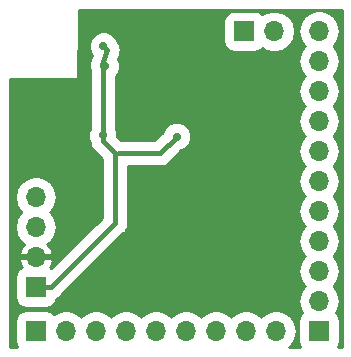
<source format=gbr>
G04 #@! TF.GenerationSoftware,KiCad,Pcbnew,(5.0.1)-3*
G04 #@! TF.CreationDate,2019-09-28T19:14:33-04:00*
G04 #@! TF.ProjectId,NRF,4E52462E6B696361645F706362000000,rev?*
G04 #@! TF.SameCoordinates,Original*
G04 #@! TF.FileFunction,Copper,L2,Bot,Signal*
G04 #@! TF.FilePolarity,Positive*
%FSLAX46Y46*%
G04 Gerber Fmt 4.6, Leading zero omitted, Abs format (unit mm)*
G04 Created by KiCad (PCBNEW (5.0.1)-3) date 9/28/2019 7:14:33 PM*
%MOMM*%
%LPD*%
G01*
G04 APERTURE LIST*
G04 #@! TA.AperFunction,ComponentPad*
%ADD10R,1.700000X1.700000*%
G04 #@! TD*
G04 #@! TA.AperFunction,ComponentPad*
%ADD11O,1.700000X1.700000*%
G04 #@! TD*
G04 #@! TA.AperFunction,ViaPad*
%ADD12C,0.700000*%
G04 #@! TD*
G04 #@! TA.AperFunction,Conductor*
%ADD13C,0.152000*%
G04 #@! TD*
G04 #@! TA.AperFunction,Conductor*
%ADD14C,0.457200*%
G04 #@! TD*
G04 #@! TA.AperFunction,Conductor*
%ADD15C,0.254000*%
G04 #@! TD*
G04 APERTURE END LIST*
D10*
G04 #@! TO.P,J2,1*
G04 #@! TO.N,/MAX30003_CSB*
X228854000Y-123190000D03*
D11*
G04 #@! TO.P,J2,2*
G04 #@! TO.N,/MAX30003_SCLK*
X228854000Y-120650000D03*
G04 #@! TO.P,J2,3*
G04 #@! TO.N,/MAX30003_SDI*
X228854000Y-118110000D03*
G04 #@! TO.P,J2,4*
G04 #@! TO.N,/MAX30003_SDO*
X228854000Y-115570000D03*
G04 #@! TO.P,J2,5*
G04 #@! TO.N,/MAX30003_INT2*
X228854000Y-113030000D03*
G04 #@! TO.P,J2,6*
G04 #@! TO.N,/MAX30003_INT*
X228854000Y-110490000D03*
G04 #@! TO.P,J2,7*
G04 #@! TO.N,/P17*
X228854000Y-107950000D03*
G04 #@! TO.P,J2,8*
G04 #@! TO.N,/BMI_INT2*
X228854000Y-105410000D03*
G04 #@! TO.P,J2,9*
G04 #@! TO.N,/BMI_INT1*
X228854000Y-102870000D03*
G04 #@! TO.P,J2,10*
G04 #@! TO.N,/BMI_SDA*
X228854000Y-100330000D03*
G04 #@! TO.P,J2,11*
G04 #@! TO.N,/BMI_SCL*
X228854000Y-97790000D03*
G04 #@! TD*
D10*
G04 #@! TO.P,J1,1*
G04 #@! TO.N,/P02*
X204880000Y-123190000D03*
D11*
G04 #@! TO.P,J1,2*
G04 #@! TO.N,/LOAD_SW_CTRL*
X207420000Y-123190000D03*
G04 #@! TO.P,J1,3*
G04 #@! TO.N,/AIN_BAT_DIV_VOLTAGE*
X209960000Y-123190000D03*
G04 #@! TO.P,J1,4*
G04 #@! TO.N,/P05*
X212500000Y-123190000D03*
G04 #@! TO.P,J1,5*
G04 #@! TO.N,/P06*
X215040000Y-123190000D03*
G04 #@! TO.P,J1,6*
G04 #@! TO.N,/P07*
X217580000Y-123190000D03*
G04 #@! TO.P,J1,7*
G04 #@! TO.N,/P08*
X220120000Y-123190000D03*
G04 #@! TO.P,J1,8*
G04 #@! TO.N,/P09*
X222660000Y-123190000D03*
G04 #@! TO.P,J1,9*
G04 #@! TO.N,/P10*
X225200000Y-123190000D03*
G04 #@! TD*
G04 #@! TO.P,J3,2*
G04 #@! TO.N,/SWDCLK*
X225060000Y-97810000D03*
D10*
G04 #@! TO.P,J3,1*
G04 #@! TO.N,/SWDIO*
X222520000Y-97810000D03*
G04 #@! TD*
G04 #@! TO.P,J4,1*
G04 #@! TO.N,/DVDD*
X204870000Y-119460000D03*
D11*
G04 #@! TO.P,J4,2*
G04 #@! TO.N,DGND*
X204870000Y-116920000D03*
G04 #@! TO.P,J4,3*
G04 #@! TO.N,/AVDD*
X204870000Y-114380000D03*
G04 #@! TO.P,J4,4*
G04 #@! TO.N,AGND*
X204870000Y-111840000D03*
G04 #@! TD*
D12*
G04 #@! TO.N,DGND*
X214720000Y-104798000D03*
X212660000Y-98458000D03*
X207730000Y-109730000D03*
X216710000Y-96910000D03*
X220590000Y-109930000D03*
G04 #@! TO.N,/DVDD*
X210605000Y-99058000D03*
X210770000Y-100750000D03*
X210540000Y-106598000D03*
X216800000Y-106720000D03*
G04 #@! TD*
D13*
G04 #@! TO.N,DGND*
X212690000Y-98038000D02*
X212680000Y-98038000D01*
X212660000Y-98458000D02*
X212690000Y-98038000D01*
D14*
G04 #@! TO.N,/DVDD*
X210540000Y-101123000D02*
X210540000Y-106598000D01*
X210520000Y-100598000D02*
X210930000Y-99383000D01*
X210930000Y-99383000D02*
X210605000Y-99058000D01*
X210520000Y-100598000D02*
X210540000Y-101123000D01*
X211580000Y-108132974D02*
X211580000Y-110560000D01*
X210540000Y-107092974D02*
X211580000Y-108132974D01*
X210540000Y-106598000D02*
X210540000Y-107092974D01*
X211580000Y-108500000D02*
X211580000Y-110560000D01*
X215382000Y-108138000D02*
X216800000Y-106720000D01*
X211942000Y-108138000D02*
X215382000Y-108138000D01*
X206177200Y-119460000D02*
X204870000Y-119460000D01*
X211580000Y-114057200D02*
X206177200Y-119460000D01*
X211580000Y-110560000D02*
X211580000Y-114057200D01*
G04 #@! TD*
D15*
G04 #@! TO.N,DGND*
G36*
X230761001Y-124541000D02*
X230438433Y-124541000D01*
X230541419Y-124386870D01*
X230610416Y-124040000D01*
X230610416Y-122340000D01*
X230541419Y-121993130D01*
X230344933Y-121699067D01*
X230275508Y-121652679D01*
X230492102Y-121328524D01*
X230627069Y-120650000D01*
X230492102Y-119971476D01*
X230107749Y-119396251D01*
X230083428Y-119380000D01*
X230107749Y-119363749D01*
X230492102Y-118788524D01*
X230627069Y-118110000D01*
X230492102Y-117431476D01*
X230107749Y-116856251D01*
X230083428Y-116840000D01*
X230107749Y-116823749D01*
X230492102Y-116248524D01*
X230627069Y-115570000D01*
X230492102Y-114891476D01*
X230107749Y-114316251D01*
X230083428Y-114300000D01*
X230107749Y-114283749D01*
X230492102Y-113708524D01*
X230627069Y-113030000D01*
X230492102Y-112351476D01*
X230107749Y-111776251D01*
X230083428Y-111760000D01*
X230107749Y-111743749D01*
X230492102Y-111168524D01*
X230627069Y-110490000D01*
X230492102Y-109811476D01*
X230107749Y-109236251D01*
X230083428Y-109220000D01*
X230107749Y-109203749D01*
X230492102Y-108628524D01*
X230627069Y-107950000D01*
X230492102Y-107271476D01*
X230107749Y-106696251D01*
X230083428Y-106680000D01*
X230107749Y-106663749D01*
X230492102Y-106088524D01*
X230627069Y-105410000D01*
X230492102Y-104731476D01*
X230107749Y-104156251D01*
X230083428Y-104140000D01*
X230107749Y-104123749D01*
X230492102Y-103548524D01*
X230627069Y-102870000D01*
X230492102Y-102191476D01*
X230107749Y-101616251D01*
X230083428Y-101600000D01*
X230107749Y-101583749D01*
X230492102Y-101008524D01*
X230627069Y-100330000D01*
X230492102Y-99651476D01*
X230107749Y-99076251D01*
X230083428Y-99060000D01*
X230107749Y-99043749D01*
X230492102Y-98468524D01*
X230627069Y-97790000D01*
X230492102Y-97111476D01*
X230107749Y-96536251D01*
X229532524Y-96151898D01*
X229025276Y-96051000D01*
X228682724Y-96051000D01*
X228175476Y-96151898D01*
X227600251Y-96536251D01*
X227215898Y-97111476D01*
X227080931Y-97790000D01*
X227215898Y-98468524D01*
X227600251Y-99043749D01*
X227624572Y-99060000D01*
X227600251Y-99076251D01*
X227215898Y-99651476D01*
X227080931Y-100330000D01*
X227215898Y-101008524D01*
X227600251Y-101583749D01*
X227624572Y-101600000D01*
X227600251Y-101616251D01*
X227215898Y-102191476D01*
X227080931Y-102870000D01*
X227215898Y-103548524D01*
X227600251Y-104123749D01*
X227624572Y-104140000D01*
X227600251Y-104156251D01*
X227215898Y-104731476D01*
X227080931Y-105410000D01*
X227215898Y-106088524D01*
X227600251Y-106663749D01*
X227624572Y-106680000D01*
X227600251Y-106696251D01*
X227215898Y-107271476D01*
X227080931Y-107950000D01*
X227215898Y-108628524D01*
X227600251Y-109203749D01*
X227624572Y-109220000D01*
X227600251Y-109236251D01*
X227215898Y-109811476D01*
X227080931Y-110490000D01*
X227215898Y-111168524D01*
X227600251Y-111743749D01*
X227624572Y-111760000D01*
X227600251Y-111776251D01*
X227215898Y-112351476D01*
X227080931Y-113030000D01*
X227215898Y-113708524D01*
X227600251Y-114283749D01*
X227624572Y-114300000D01*
X227600251Y-114316251D01*
X227215898Y-114891476D01*
X227080931Y-115570000D01*
X227215898Y-116248524D01*
X227600251Y-116823749D01*
X227624572Y-116840000D01*
X227600251Y-116856251D01*
X227215898Y-117431476D01*
X227080931Y-118110000D01*
X227215898Y-118788524D01*
X227600251Y-119363749D01*
X227624572Y-119380000D01*
X227600251Y-119396251D01*
X227215898Y-119971476D01*
X227080931Y-120650000D01*
X227215898Y-121328524D01*
X227432492Y-121652679D01*
X227363067Y-121699067D01*
X227166581Y-121993130D01*
X227097584Y-122340000D01*
X227097584Y-124040000D01*
X227166581Y-124386870D01*
X227269567Y-124541000D01*
X226308203Y-124541000D01*
X226453749Y-124443749D01*
X226838102Y-123868524D01*
X226973069Y-123190000D01*
X226838102Y-122511476D01*
X226453749Y-121936251D01*
X225878524Y-121551898D01*
X225371276Y-121451000D01*
X225028724Y-121451000D01*
X224521476Y-121551898D01*
X223946251Y-121936251D01*
X223930000Y-121960572D01*
X223913749Y-121936251D01*
X223338524Y-121551898D01*
X222831276Y-121451000D01*
X222488724Y-121451000D01*
X221981476Y-121551898D01*
X221406251Y-121936251D01*
X221390000Y-121960572D01*
X221373749Y-121936251D01*
X220798524Y-121551898D01*
X220291276Y-121451000D01*
X219948724Y-121451000D01*
X219441476Y-121551898D01*
X218866251Y-121936251D01*
X218850000Y-121960572D01*
X218833749Y-121936251D01*
X218258524Y-121551898D01*
X217751276Y-121451000D01*
X217408724Y-121451000D01*
X216901476Y-121551898D01*
X216326251Y-121936251D01*
X216310000Y-121960572D01*
X216293749Y-121936251D01*
X215718524Y-121551898D01*
X215211276Y-121451000D01*
X214868724Y-121451000D01*
X214361476Y-121551898D01*
X213786251Y-121936251D01*
X213770000Y-121960572D01*
X213753749Y-121936251D01*
X213178524Y-121551898D01*
X212671276Y-121451000D01*
X212328724Y-121451000D01*
X211821476Y-121551898D01*
X211246251Y-121936251D01*
X211230000Y-121960572D01*
X211213749Y-121936251D01*
X210638524Y-121551898D01*
X210131276Y-121451000D01*
X209788724Y-121451000D01*
X209281476Y-121551898D01*
X208706251Y-121936251D01*
X208690000Y-121960572D01*
X208673749Y-121936251D01*
X208098524Y-121551898D01*
X207591276Y-121451000D01*
X207248724Y-121451000D01*
X206741476Y-121551898D01*
X206417321Y-121768492D01*
X206370933Y-121699067D01*
X206076870Y-121502581D01*
X205730000Y-121433584D01*
X204030000Y-121433584D01*
X203683130Y-121502581D01*
X203389067Y-121699067D01*
X203192581Y-121993130D01*
X203123584Y-122340000D01*
X203123584Y-124040000D01*
X203192581Y-124386870D01*
X203295567Y-124541000D01*
X202679000Y-124541000D01*
X202679000Y-118610000D01*
X203113584Y-118610000D01*
X203113584Y-120310000D01*
X203182581Y-120656870D01*
X203379067Y-120950933D01*
X203673130Y-121147419D01*
X204020000Y-121216416D01*
X205720000Y-121216416D01*
X206066870Y-121147419D01*
X206360933Y-120950933D01*
X206557419Y-120656870D01*
X206584965Y-120518385D01*
X206613266Y-120512756D01*
X206982945Y-120265745D01*
X207045300Y-120172424D01*
X212292427Y-114925298D01*
X212385745Y-114862945D01*
X212632756Y-114493266D01*
X212655286Y-114380000D01*
X212719495Y-114057201D01*
X212697600Y-113947128D01*
X212697600Y-109255600D01*
X215271927Y-109255600D01*
X215382000Y-109277495D01*
X215492073Y-109255600D01*
X215818066Y-109190756D01*
X216187745Y-108943745D01*
X216250099Y-108850425D01*
X217208753Y-107891773D01*
X217501837Y-107770373D01*
X217850373Y-107421837D01*
X218039000Y-106966452D01*
X218039000Y-106473548D01*
X217850373Y-106018163D01*
X217501837Y-105669627D01*
X217046452Y-105481000D01*
X216553548Y-105481000D01*
X216098163Y-105669627D01*
X215749627Y-106018163D01*
X215628227Y-106311247D01*
X214919075Y-107020400D01*
X212047951Y-107020400D01*
X211779000Y-106751450D01*
X211779000Y-106351548D01*
X211657600Y-106058463D01*
X211657600Y-101614610D01*
X211820373Y-101451837D01*
X212009000Y-100996452D01*
X212009000Y-100503548D01*
X211856018Y-100134218D01*
X211941563Y-99880713D01*
X211982755Y-99819065D01*
X212012031Y-99671889D01*
X212024127Y-99636042D01*
X212033458Y-99564165D01*
X212069495Y-99382999D01*
X212061921Y-99344924D01*
X212066919Y-99306428D01*
X212018791Y-99128095D01*
X211982755Y-98946935D01*
X211961188Y-98914658D01*
X211951073Y-98877177D01*
X211838364Y-98730837D01*
X211798095Y-98670571D01*
X211776774Y-98649250D01*
X211655373Y-98356163D01*
X211306837Y-98007627D01*
X210851452Y-97819000D01*
X210358548Y-97819000D01*
X209903163Y-98007627D01*
X209554627Y-98356163D01*
X209366000Y-98811548D01*
X209366000Y-99304452D01*
X209554627Y-99759837D01*
X209605989Y-99811199D01*
X209501531Y-100120751D01*
X209451408Y-100202326D01*
X209431129Y-100329383D01*
X209425872Y-100344960D01*
X209413798Y-100437961D01*
X209399020Y-100530552D01*
X209399646Y-100546977D01*
X209383081Y-100674572D01*
X209408028Y-100767010D01*
X209422400Y-101144264D01*
X209422401Y-106058461D01*
X209301000Y-106351548D01*
X209301000Y-106844452D01*
X209401620Y-107087369D01*
X209400505Y-107092974D01*
X209422400Y-107203046D01*
X209422400Y-107203047D01*
X209487244Y-107529040D01*
X209734256Y-107898719D01*
X209827573Y-107961072D01*
X210462400Y-108595899D01*
X210462401Y-110449923D01*
X210462400Y-110449928D01*
X210462401Y-113594274D01*
X206197087Y-117859589D01*
X206066870Y-117772581D01*
X206064087Y-117772027D01*
X206141645Y-117686924D01*
X206311476Y-117276890D01*
X206190155Y-117047000D01*
X204997000Y-117047000D01*
X204997000Y-117067000D01*
X204743000Y-117067000D01*
X204743000Y-117047000D01*
X203549845Y-117047000D01*
X203428524Y-117276890D01*
X203598355Y-117686924D01*
X203675913Y-117772027D01*
X203673130Y-117772581D01*
X203379067Y-117969067D01*
X203182581Y-118263130D01*
X203113584Y-118610000D01*
X202679000Y-118610000D01*
X202679000Y-111840000D01*
X203096931Y-111840000D01*
X203231898Y-112518524D01*
X203616251Y-113093749D01*
X203640572Y-113110000D01*
X203616251Y-113126251D01*
X203231898Y-113701476D01*
X203096931Y-114380000D01*
X203231898Y-115058524D01*
X203616251Y-115633749D01*
X203899286Y-115822867D01*
X203598355Y-116153076D01*
X203428524Y-116563110D01*
X203549845Y-116793000D01*
X204743000Y-116793000D01*
X204743000Y-116773000D01*
X204997000Y-116773000D01*
X204997000Y-116793000D01*
X206190155Y-116793000D01*
X206311476Y-116563110D01*
X206141645Y-116153076D01*
X205840714Y-115822867D01*
X206123749Y-115633749D01*
X206508102Y-115058524D01*
X206643069Y-114380000D01*
X206508102Y-113701476D01*
X206123749Y-113126251D01*
X206099428Y-113110000D01*
X206123749Y-113093749D01*
X206508102Y-112518524D01*
X206643069Y-111840000D01*
X206508102Y-111161476D01*
X206123749Y-110586251D01*
X205548524Y-110201898D01*
X205041276Y-110101000D01*
X204698724Y-110101000D01*
X204191476Y-110201898D01*
X203616251Y-110586251D01*
X203231898Y-111161476D01*
X203096931Y-111840000D01*
X202679000Y-111840000D01*
X202679000Y-101841184D01*
X208289416Y-101866999D01*
X208338060Y-101857555D01*
X208379388Y-101830215D01*
X208407108Y-101789140D01*
X208416985Y-101741927D01*
X208489548Y-96960000D01*
X220763584Y-96960000D01*
X220763584Y-98660000D01*
X220832581Y-99006870D01*
X221029067Y-99300933D01*
X221323130Y-99497419D01*
X221670000Y-99566416D01*
X223370000Y-99566416D01*
X223716870Y-99497419D01*
X224010933Y-99300933D01*
X224057321Y-99231508D01*
X224381476Y-99448102D01*
X224888724Y-99549000D01*
X225231276Y-99549000D01*
X225738524Y-99448102D01*
X226313749Y-99063749D01*
X226698102Y-98488524D01*
X226833069Y-97810000D01*
X226698102Y-97131476D01*
X226313749Y-96556251D01*
X225738524Y-96171898D01*
X225231276Y-96071000D01*
X224888724Y-96071000D01*
X224381476Y-96171898D01*
X224057321Y-96388492D01*
X224010933Y-96319067D01*
X223716870Y-96122581D01*
X223370000Y-96053584D01*
X221670000Y-96053584D01*
X221323130Y-96122581D01*
X221029067Y-96319067D01*
X220832581Y-96613130D01*
X220763584Y-96960000D01*
X208489548Y-96960000D01*
X208503979Y-96009000D01*
X230761000Y-96009000D01*
X230761001Y-124541000D01*
X230761001Y-124541000D01*
G37*
X230761001Y-124541000D02*
X230438433Y-124541000D01*
X230541419Y-124386870D01*
X230610416Y-124040000D01*
X230610416Y-122340000D01*
X230541419Y-121993130D01*
X230344933Y-121699067D01*
X230275508Y-121652679D01*
X230492102Y-121328524D01*
X230627069Y-120650000D01*
X230492102Y-119971476D01*
X230107749Y-119396251D01*
X230083428Y-119380000D01*
X230107749Y-119363749D01*
X230492102Y-118788524D01*
X230627069Y-118110000D01*
X230492102Y-117431476D01*
X230107749Y-116856251D01*
X230083428Y-116840000D01*
X230107749Y-116823749D01*
X230492102Y-116248524D01*
X230627069Y-115570000D01*
X230492102Y-114891476D01*
X230107749Y-114316251D01*
X230083428Y-114300000D01*
X230107749Y-114283749D01*
X230492102Y-113708524D01*
X230627069Y-113030000D01*
X230492102Y-112351476D01*
X230107749Y-111776251D01*
X230083428Y-111760000D01*
X230107749Y-111743749D01*
X230492102Y-111168524D01*
X230627069Y-110490000D01*
X230492102Y-109811476D01*
X230107749Y-109236251D01*
X230083428Y-109220000D01*
X230107749Y-109203749D01*
X230492102Y-108628524D01*
X230627069Y-107950000D01*
X230492102Y-107271476D01*
X230107749Y-106696251D01*
X230083428Y-106680000D01*
X230107749Y-106663749D01*
X230492102Y-106088524D01*
X230627069Y-105410000D01*
X230492102Y-104731476D01*
X230107749Y-104156251D01*
X230083428Y-104140000D01*
X230107749Y-104123749D01*
X230492102Y-103548524D01*
X230627069Y-102870000D01*
X230492102Y-102191476D01*
X230107749Y-101616251D01*
X230083428Y-101600000D01*
X230107749Y-101583749D01*
X230492102Y-101008524D01*
X230627069Y-100330000D01*
X230492102Y-99651476D01*
X230107749Y-99076251D01*
X230083428Y-99060000D01*
X230107749Y-99043749D01*
X230492102Y-98468524D01*
X230627069Y-97790000D01*
X230492102Y-97111476D01*
X230107749Y-96536251D01*
X229532524Y-96151898D01*
X229025276Y-96051000D01*
X228682724Y-96051000D01*
X228175476Y-96151898D01*
X227600251Y-96536251D01*
X227215898Y-97111476D01*
X227080931Y-97790000D01*
X227215898Y-98468524D01*
X227600251Y-99043749D01*
X227624572Y-99060000D01*
X227600251Y-99076251D01*
X227215898Y-99651476D01*
X227080931Y-100330000D01*
X227215898Y-101008524D01*
X227600251Y-101583749D01*
X227624572Y-101600000D01*
X227600251Y-101616251D01*
X227215898Y-102191476D01*
X227080931Y-102870000D01*
X227215898Y-103548524D01*
X227600251Y-104123749D01*
X227624572Y-104140000D01*
X227600251Y-104156251D01*
X227215898Y-104731476D01*
X227080931Y-105410000D01*
X227215898Y-106088524D01*
X227600251Y-106663749D01*
X227624572Y-106680000D01*
X227600251Y-106696251D01*
X227215898Y-107271476D01*
X227080931Y-107950000D01*
X227215898Y-108628524D01*
X227600251Y-109203749D01*
X227624572Y-109220000D01*
X227600251Y-109236251D01*
X227215898Y-109811476D01*
X227080931Y-110490000D01*
X227215898Y-111168524D01*
X227600251Y-111743749D01*
X227624572Y-111760000D01*
X227600251Y-111776251D01*
X227215898Y-112351476D01*
X227080931Y-113030000D01*
X227215898Y-113708524D01*
X227600251Y-114283749D01*
X227624572Y-114300000D01*
X227600251Y-114316251D01*
X227215898Y-114891476D01*
X227080931Y-115570000D01*
X227215898Y-116248524D01*
X227600251Y-116823749D01*
X227624572Y-116840000D01*
X227600251Y-116856251D01*
X227215898Y-117431476D01*
X227080931Y-118110000D01*
X227215898Y-118788524D01*
X227600251Y-119363749D01*
X227624572Y-119380000D01*
X227600251Y-119396251D01*
X227215898Y-119971476D01*
X227080931Y-120650000D01*
X227215898Y-121328524D01*
X227432492Y-121652679D01*
X227363067Y-121699067D01*
X227166581Y-121993130D01*
X227097584Y-122340000D01*
X227097584Y-124040000D01*
X227166581Y-124386870D01*
X227269567Y-124541000D01*
X226308203Y-124541000D01*
X226453749Y-124443749D01*
X226838102Y-123868524D01*
X226973069Y-123190000D01*
X226838102Y-122511476D01*
X226453749Y-121936251D01*
X225878524Y-121551898D01*
X225371276Y-121451000D01*
X225028724Y-121451000D01*
X224521476Y-121551898D01*
X223946251Y-121936251D01*
X223930000Y-121960572D01*
X223913749Y-121936251D01*
X223338524Y-121551898D01*
X222831276Y-121451000D01*
X222488724Y-121451000D01*
X221981476Y-121551898D01*
X221406251Y-121936251D01*
X221390000Y-121960572D01*
X221373749Y-121936251D01*
X220798524Y-121551898D01*
X220291276Y-121451000D01*
X219948724Y-121451000D01*
X219441476Y-121551898D01*
X218866251Y-121936251D01*
X218850000Y-121960572D01*
X218833749Y-121936251D01*
X218258524Y-121551898D01*
X217751276Y-121451000D01*
X217408724Y-121451000D01*
X216901476Y-121551898D01*
X216326251Y-121936251D01*
X216310000Y-121960572D01*
X216293749Y-121936251D01*
X215718524Y-121551898D01*
X215211276Y-121451000D01*
X214868724Y-121451000D01*
X214361476Y-121551898D01*
X213786251Y-121936251D01*
X213770000Y-121960572D01*
X213753749Y-121936251D01*
X213178524Y-121551898D01*
X212671276Y-121451000D01*
X212328724Y-121451000D01*
X211821476Y-121551898D01*
X211246251Y-121936251D01*
X211230000Y-121960572D01*
X211213749Y-121936251D01*
X210638524Y-121551898D01*
X210131276Y-121451000D01*
X209788724Y-121451000D01*
X209281476Y-121551898D01*
X208706251Y-121936251D01*
X208690000Y-121960572D01*
X208673749Y-121936251D01*
X208098524Y-121551898D01*
X207591276Y-121451000D01*
X207248724Y-121451000D01*
X206741476Y-121551898D01*
X206417321Y-121768492D01*
X206370933Y-121699067D01*
X206076870Y-121502581D01*
X205730000Y-121433584D01*
X204030000Y-121433584D01*
X203683130Y-121502581D01*
X203389067Y-121699067D01*
X203192581Y-121993130D01*
X203123584Y-122340000D01*
X203123584Y-124040000D01*
X203192581Y-124386870D01*
X203295567Y-124541000D01*
X202679000Y-124541000D01*
X202679000Y-118610000D01*
X203113584Y-118610000D01*
X203113584Y-120310000D01*
X203182581Y-120656870D01*
X203379067Y-120950933D01*
X203673130Y-121147419D01*
X204020000Y-121216416D01*
X205720000Y-121216416D01*
X206066870Y-121147419D01*
X206360933Y-120950933D01*
X206557419Y-120656870D01*
X206584965Y-120518385D01*
X206613266Y-120512756D01*
X206982945Y-120265745D01*
X207045300Y-120172424D01*
X212292427Y-114925298D01*
X212385745Y-114862945D01*
X212632756Y-114493266D01*
X212655286Y-114380000D01*
X212719495Y-114057201D01*
X212697600Y-113947128D01*
X212697600Y-109255600D01*
X215271927Y-109255600D01*
X215382000Y-109277495D01*
X215492073Y-109255600D01*
X215818066Y-109190756D01*
X216187745Y-108943745D01*
X216250099Y-108850425D01*
X217208753Y-107891773D01*
X217501837Y-107770373D01*
X217850373Y-107421837D01*
X218039000Y-106966452D01*
X218039000Y-106473548D01*
X217850373Y-106018163D01*
X217501837Y-105669627D01*
X217046452Y-105481000D01*
X216553548Y-105481000D01*
X216098163Y-105669627D01*
X215749627Y-106018163D01*
X215628227Y-106311247D01*
X214919075Y-107020400D01*
X212047951Y-107020400D01*
X211779000Y-106751450D01*
X211779000Y-106351548D01*
X211657600Y-106058463D01*
X211657600Y-101614610D01*
X211820373Y-101451837D01*
X212009000Y-100996452D01*
X212009000Y-100503548D01*
X211856018Y-100134218D01*
X211941563Y-99880713D01*
X211982755Y-99819065D01*
X212012031Y-99671889D01*
X212024127Y-99636042D01*
X212033458Y-99564165D01*
X212069495Y-99382999D01*
X212061921Y-99344924D01*
X212066919Y-99306428D01*
X212018791Y-99128095D01*
X211982755Y-98946935D01*
X211961188Y-98914658D01*
X211951073Y-98877177D01*
X211838364Y-98730837D01*
X211798095Y-98670571D01*
X211776774Y-98649250D01*
X211655373Y-98356163D01*
X211306837Y-98007627D01*
X210851452Y-97819000D01*
X210358548Y-97819000D01*
X209903163Y-98007627D01*
X209554627Y-98356163D01*
X209366000Y-98811548D01*
X209366000Y-99304452D01*
X209554627Y-99759837D01*
X209605989Y-99811199D01*
X209501531Y-100120751D01*
X209451408Y-100202326D01*
X209431129Y-100329383D01*
X209425872Y-100344960D01*
X209413798Y-100437961D01*
X209399020Y-100530552D01*
X209399646Y-100546977D01*
X209383081Y-100674572D01*
X209408028Y-100767010D01*
X209422400Y-101144264D01*
X209422401Y-106058461D01*
X209301000Y-106351548D01*
X209301000Y-106844452D01*
X209401620Y-107087369D01*
X209400505Y-107092974D01*
X209422400Y-107203046D01*
X209422400Y-107203047D01*
X209487244Y-107529040D01*
X209734256Y-107898719D01*
X209827573Y-107961072D01*
X210462400Y-108595899D01*
X210462401Y-110449923D01*
X210462400Y-110449928D01*
X210462401Y-113594274D01*
X206197087Y-117859589D01*
X206066870Y-117772581D01*
X206064087Y-117772027D01*
X206141645Y-117686924D01*
X206311476Y-117276890D01*
X206190155Y-117047000D01*
X204997000Y-117047000D01*
X204997000Y-117067000D01*
X204743000Y-117067000D01*
X204743000Y-117047000D01*
X203549845Y-117047000D01*
X203428524Y-117276890D01*
X203598355Y-117686924D01*
X203675913Y-117772027D01*
X203673130Y-117772581D01*
X203379067Y-117969067D01*
X203182581Y-118263130D01*
X203113584Y-118610000D01*
X202679000Y-118610000D01*
X202679000Y-111840000D01*
X203096931Y-111840000D01*
X203231898Y-112518524D01*
X203616251Y-113093749D01*
X203640572Y-113110000D01*
X203616251Y-113126251D01*
X203231898Y-113701476D01*
X203096931Y-114380000D01*
X203231898Y-115058524D01*
X203616251Y-115633749D01*
X203899286Y-115822867D01*
X203598355Y-116153076D01*
X203428524Y-116563110D01*
X203549845Y-116793000D01*
X204743000Y-116793000D01*
X204743000Y-116773000D01*
X204997000Y-116773000D01*
X204997000Y-116793000D01*
X206190155Y-116793000D01*
X206311476Y-116563110D01*
X206141645Y-116153076D01*
X205840714Y-115822867D01*
X206123749Y-115633749D01*
X206508102Y-115058524D01*
X206643069Y-114380000D01*
X206508102Y-113701476D01*
X206123749Y-113126251D01*
X206099428Y-113110000D01*
X206123749Y-113093749D01*
X206508102Y-112518524D01*
X206643069Y-111840000D01*
X206508102Y-111161476D01*
X206123749Y-110586251D01*
X205548524Y-110201898D01*
X205041276Y-110101000D01*
X204698724Y-110101000D01*
X204191476Y-110201898D01*
X203616251Y-110586251D01*
X203231898Y-111161476D01*
X203096931Y-111840000D01*
X202679000Y-111840000D01*
X202679000Y-101841184D01*
X208289416Y-101866999D01*
X208338060Y-101857555D01*
X208379388Y-101830215D01*
X208407108Y-101789140D01*
X208416985Y-101741927D01*
X208489548Y-96960000D01*
X220763584Y-96960000D01*
X220763584Y-98660000D01*
X220832581Y-99006870D01*
X221029067Y-99300933D01*
X221323130Y-99497419D01*
X221670000Y-99566416D01*
X223370000Y-99566416D01*
X223716870Y-99497419D01*
X224010933Y-99300933D01*
X224057321Y-99231508D01*
X224381476Y-99448102D01*
X224888724Y-99549000D01*
X225231276Y-99549000D01*
X225738524Y-99448102D01*
X226313749Y-99063749D01*
X226698102Y-98488524D01*
X226833069Y-97810000D01*
X226698102Y-97131476D01*
X226313749Y-96556251D01*
X225738524Y-96171898D01*
X225231276Y-96071000D01*
X224888724Y-96071000D01*
X224381476Y-96171898D01*
X224057321Y-96388492D01*
X224010933Y-96319067D01*
X223716870Y-96122581D01*
X223370000Y-96053584D01*
X221670000Y-96053584D01*
X221323130Y-96122581D01*
X221029067Y-96319067D01*
X220832581Y-96613130D01*
X220763584Y-96960000D01*
X208489548Y-96960000D01*
X208503979Y-96009000D01*
X230761000Y-96009000D01*
X230761001Y-124541000D01*
G04 #@! TD*
M02*

</source>
